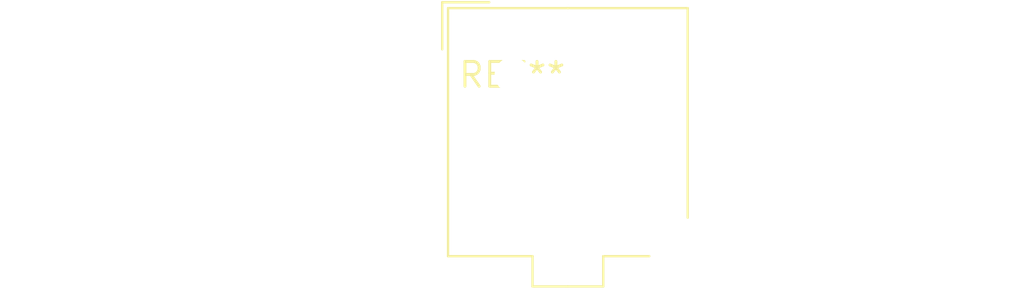
<source format=kicad_pcb>
(kicad_pcb (version 20240108) (generator pcbnew)
  (layers (0 "F.Cu" signal) (31 "B.Cu" signal) (34 "B.Paste" user) (35 "F.Paste" user) (36 "B.SilkS" user "B.Silkscreen") (37 "F.SilkS" user "F.Silkscreen") (38 "B.Mask" user) (39 "F.Mask" user) (44 "Edge.Cuts" user))
  (net 0 "")
  (footprint "Molex_Mega-Fit_76829-0104_2x02_P5.70mm_Vertical" (layer "F.Cu") (at 0 0)
    (property "Reference" "REF**")
    (property "Value" "Molex_Mega-Fit_76829-0104_2x02_P5.70mm_Vertical")
    (fp_line (start -3.585 -3.72) (end -1.175 -3.72) (layer "F.SilkS") (stroke (width 0.12)))
    (fp_line (start -3.585 -1.31) (end -3.585 -3.72) (layer "F.SilkS") (stroke (width 0.12)))
    (fp_line (start -3.285 -3.42) (end -3.285 9.28) (layer "F.SilkS") (stroke (width 0.12)))
    (fp_line (start -3.285 9.28) (end 1.04 9.28) (layer "F.SilkS") (stroke (width 0.12)))
    (fp_line (start 1.04 9.28) (end 1.04 10.83) (layer "F.SilkS") (stroke (width 0.12)))
    (fp_line (start 1.04 10.83) (end 2.85 10.83) (layer "F.SilkS") (stroke (width 0.12)))
    (fp_line (start 2.85 -3.42) (end -3.285 -3.42) (layer "F.SilkS") (stroke (width 0.12)))
    (fp_line (start 2.85 -3.42) (end 8.985 -3.42) (layer "F.SilkS") (stroke (width 0.12)))
    (fp_line (start 4.66 9.28) (end 4.66 10.83) (layer "F.SilkS") (stroke (width 0.12)))
    (fp_line (start 4.66 10.83) (end 2.85 10.83) (layer "F.SilkS") (stroke (width 0.12)))
    (fp_line (start 7.02 9.28) (end 4.66 9.28) (layer "F.SilkS") (stroke (width 0.12)))
    (fp_line (start 8.985 -3.42) (end 8.985 7.31) (layer "F.SilkS") (stroke (width 0.12)))
    (pad "" np_thru_hole circle (at 8.18 8.47) (size 1.8 1.8) (drill 1.8) (layers *.Cu *.Mask))
    (pad "1" thru_hole roundrect (at 0 0) (size 3.7 3.7) (drill 1.8) (layers *.Cu *.Mask) (remove_unused_layers) (roundrect_rratio 0.067568))
    (pad "2" thru_hole circle (at 5.7 0) (size 3.7 3.7) (drill 1.8) (layers *.Cu *.Mask) (remove_unused_layers))
    (pad "3" thru_hole circle (at 0 5.7) (size 3.7 3.7) (drill 1.8) (layers *.Cu *.Mask) (remove_unused_layers))
    (pad "4" thru_hole circle (at 5.7 5.7) (size 3.7 3.7) (drill 1.8) (layers *.Cu *.Mask) (remove_unused_layers))
  )
)
</source>
